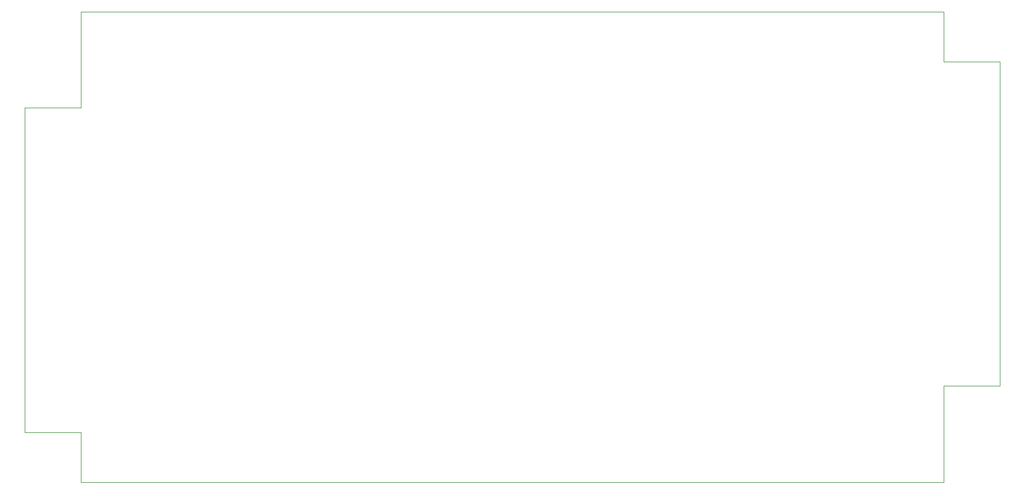
<source format=gm1>
%TF.GenerationSoftware,KiCad,Pcbnew,8.0.1*%
%TF.CreationDate,2025-05-08T07:16:34+02:00*%
%TF.ProjectId,prj-gardmer-mb-v2,70726a2d-6761-4726-946d-65722d6d622d,rev?*%
%TF.SameCoordinates,PX4fa1be0PY7872f60*%
%TF.FileFunction,Profile,NP*%
%FSLAX46Y46*%
G04 Gerber Fmt 4.6, Leading zero omitted, Abs format (unit mm)*
G04 Created by KiCad (PCBNEW 8.0.1) date 2025-05-08 07:16:34*
%MOMM*%
%LPD*%
G01*
G04 APERTURE LIST*
%TA.AperFunction,Profile*%
%ADD10C,0.050000*%
%TD*%
G04 APERTURE END LIST*
D10*
X0Y71000000D02*
X130000000Y71000000D01*
X130000000Y63500000D02*
X138500000Y63500000D01*
X0Y0D02*
X130000000Y0D01*
X138500000Y63500000D02*
X138500000Y14500000D01*
X138500000Y14500000D02*
X130000000Y14500000D01*
X-8500000Y56500000D02*
X-8500000Y7500000D01*
X130000000Y71000000D02*
X130000000Y63500000D01*
X0Y71000000D02*
X0Y56500000D01*
X-8500000Y7500000D02*
X0Y7500000D01*
X130000000Y14500000D02*
X130000000Y0D01*
X0Y56500000D02*
X-8500000Y56500000D01*
X0Y7500000D02*
X0Y0D01*
M02*

</source>
